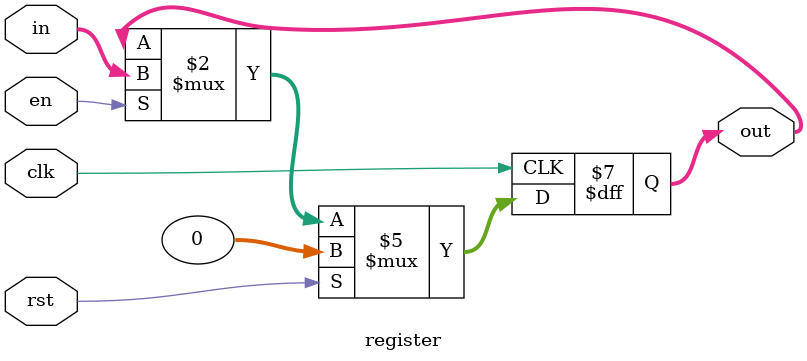
<source format=v>
`timescale 1ns / 1ps

module register
       #(parameter WIDTH = 32)
       (
           input clk, rst, en,
           input [WIDTH - 1:0] in,
           output reg [WIDTH - 1:0] out
       );

always @(posedge clk)
begin
    if (rst)
    begin
        out <= {WIDTH{1'b0}};
    end
    else if (en)
    begin
        out <= in;
    end
end

endmodule

</source>
